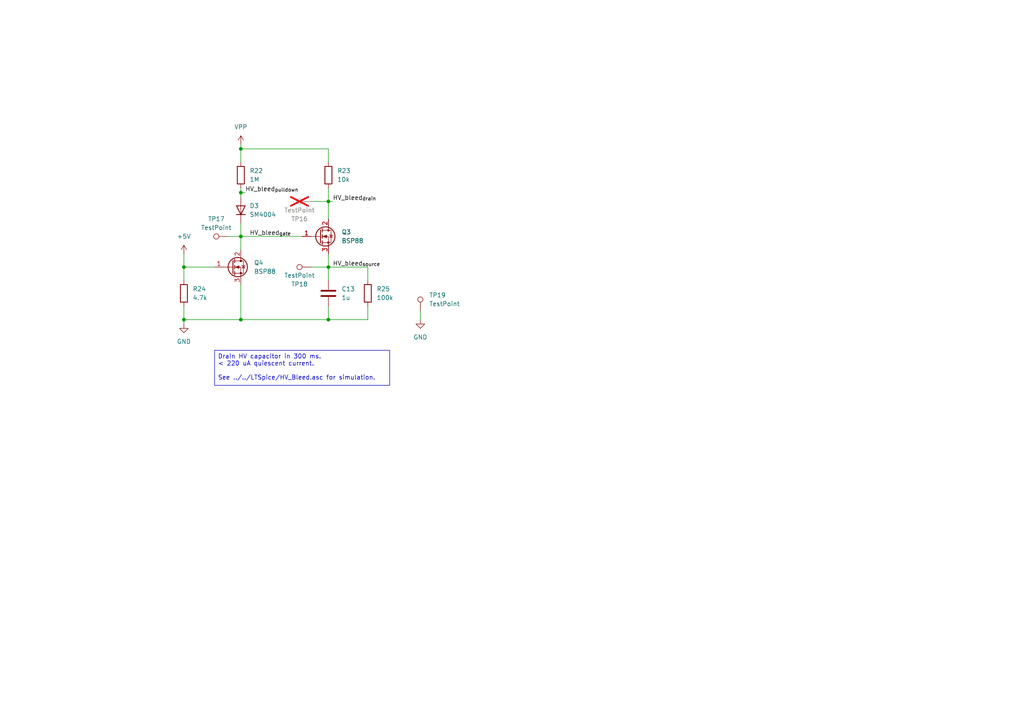
<source format=kicad_sch>
(kicad_sch (version 20230121) (generator eeschema)
  (paper "A4")
  (title_block (title "Nixie Accurate Clock") (rev "A") (company "Paul Willis"))
  (lib_symbols
    (symbol "00_lib:BSP88" (pin_names hide)
      (property "Reference" "Q" (at 5.08 1.905 0))
      (property "Value" "BSP88" (at 5.08 0 0))
      (symbol "BSP88_0_1"
        (polyline (pts (xy 0.254 0) (xy -2.54 0)))
        (polyline (pts (xy 0.254 1.905) (xy 0.254 -1.905)) (stroke (width 0.254)))
        (polyline (pts (xy 0.762 -1.27) (xy 0.762 -2.286)) (stroke (width 0.254)))
        (polyline (pts (xy 0.762 0.508) (xy 0.762 -0.508)) (stroke (width 0.254)))
        (polyline (pts (xy 0.762 2.286) (xy 0.762 1.27)) (stroke (width 0.254)))
        (polyline (pts (xy 2.54 2.54) (xy 2.54 1.778)))
        (polyline (pts (xy 2.54 -2.54) (xy 2.54 0) (xy 0.762 0)))
        (polyline (pts (xy 0.762 -1.778) (xy 3.302 -1.778) (xy 3.302 1.778) (xy 0.762 1.778)))
        (polyline (pts (xy 1.016 0) (xy 2.032 0.381) (xy 2.032 -0.381) (xy 1.016 0)) (fill (type outline)))
        (polyline (pts (xy 2.794 0.508) (xy 2.921 0.381) (xy 3.683 0.381) (xy 3.81 0.254)))
        (polyline (pts (xy 3.302 0.381) (xy 2.921 -0.254) (xy 3.683 -0.254) (xy 3.302 0.381)))
        (circle (center 1.651 0) (radius 2.794) (stroke (width 0.254)))
        (circle (center 2.54 -1.778) (radius 0.254) (fill (type outline)))
        (circle (center 2.54 1.778) (radius 0.254) (fill (type outline)))
      )
      (symbol "BSP88_1_1"
        (pin input line (at -5.08 0 0) (length 2.54) (name "G") (number "1"))
        (pin passive line (at 2.54 5.08 270) (length 2.54) (name "D") (number "2"))
        (pin passive line (at 2.54 -5.08 90) (length 2.54) (name "S") (number "3"))
      )
    )
    (symbol "Connector:TestPoint" (pin_numbers hide) (pin_names (offset 0.762) hide)
      (property "Reference" "TP" (at 0 6.858 0))
      (property "Value" "TestPoint" (at 0 5.08 0))
      (symbol "TestPoint_0_1"
        (circle (center 0 3.302) (radius 0.762))
      )
      (symbol "TestPoint_1_1"
        (pin passive line (at 0 0 90) (length 2.54) (name "1") (number "1"))
      )
    )
    (symbol "Device:C" (pin_numbers hide) (pin_names (offset 0.254))
      (property "Reference" "C" (at 0.635 2.54 0))
      (property "Value" "C" (at 0.635 -2.54 0))
      (symbol "C_0_1"
        (polyline (pts (xy -2.032 -0.762) (xy 2.032 -0.762)) (stroke (width 0.508)))
        (polyline (pts (xy -2.032 0.762) (xy 2.032 0.762)) (stroke (width 0.508)))
      )
      (symbol "C_1_1"
        (pin passive line (at 0 3.81 270) (length 2.794) (name "~") (number "1"))
        (pin passive line (at 0 -3.81 90) (length 2.794) (name "~") (number "2"))
      )
    )
    (symbol "Device:R" (pin_numbers hide) (pin_names (offset 0))
      (property "Reference" "R" (at 2.032 0 90))
      (property "Value" "R" (at 0 0 90))
      (symbol "R_0_1"
        (rectangle (start -1.016 -2.54) (end 1.016 2.54) (stroke (width 0.254)))
      )
      (symbol "R_1_1"
        (pin passive line (at 0 3.81 270) (length 1.27) (name "~") (number "1"))
        (pin passive line (at 0 -3.81 90) (length 1.27) (name "~") (number "2"))
      )
    )
    (symbol "Diode:SM4004" (pin_numbers hide) (pin_names hide)
      (property "Reference" "D" (at 0 2.54 0))
      (property "Value" "SM4004" (at 0 -2.54 0))
      (symbol "SM4004_0_1"
        (polyline (pts (xy -1.27 1.27) (xy -1.27 -1.27)) (stroke (width 0.254)))
        (polyline (pts (xy 1.27 0) (xy -1.27 0)))
        (polyline (pts (xy 1.27 1.27) (xy 1.27 -1.27) (xy -1.27 0) (xy 1.27 1.27)) (stroke (width 0.254)))
      )
      (symbol "SM4004_1_1"
        (pin passive line (at -3.81 0 0) (length 2.54) (name "K") (number "1"))
        (pin passive line (at 3.81 0 180) (length 2.54) (name "A") (number "2"))
      )
    )
    (symbol "power:+5V" (power) (pin_names (offset 0))
      (property "Value" "+5V" (at 0 3.556 0))
      (symbol "+5V_0_1"
        (polyline (pts (xy -0.762 1.27) (xy 0 2.54)))
        (polyline (pts (xy 0 0) (xy 0 2.54)))
        (polyline (pts (xy 0 2.54) (xy 0.762 1.27)))
      )
      (symbol "+5V_1_1"
        (pin power_in line (at 0 0 90) (length 0) hide (name "+5V") (number "1"))
      )
    )
    (symbol "power:GND" (power) (pin_names (offset 0))
      (property "Value" "GND" (at 0 -3.81 0))
      (symbol "GND_0_1"
        (polyline (pts (xy 0 0) (xy 0 -1.27) (xy 1.27 -1.27) (xy 0 -2.54) (xy -1.27 -1.27) (xy 0 -1.27)))
      )
      (symbol "GND_1_1"
        (pin power_in line (at 0 0 270) (length 0) hide (name "GND") (number "1"))
      )
    )
    (symbol "power:VPP" (power) (pin_names (offset 0))
      (property "Value" "VPP" (at 0 3.81 0))
      (symbol "VPP_0_1"
        (polyline (pts (xy -0.762 1.27) (xy 0 2.54)))
        (polyline (pts (xy 0 0) (xy 0 2.54)))
        (polyline (pts (xy 0 2.54) (xy 0.762 1.27)))
      )
      (symbol "VPP_1_1"
        (pin power_in line (at 0 0 90) (length 0) hide (name "VPP") (number "1"))
      )
    )
  )
  (junction (at 69.85 43.18))
  (junction (at 53.34 92.71))
  (junction (at 95.25 58.42))
  (junction (at 95.25 77.47))
  (junction (at 95.25 92.71))
  (junction (at 69.85 55.88))
  (junction (at 53.34 77.47))
  (junction (at 69.85 68.58))
  (junction (at 69.85 92.71))
  (wire (pts (xy 69.85 55.88) (xy 71.12 55.88)))
  (wire (pts (xy 95.25 58.42) (xy 96.52 58.42)))
  (wire (pts (xy 106.68 92.71) (xy 95.25 92.71)))
  (wire (pts (xy 106.68 77.47) (xy 95.25 77.47)))
  (wire (pts (xy 95.25 73.66) (xy 95.25 77.47)))
  (wire (pts (xy 69.85 55.88) (xy 69.85 57.15)))
  (wire (pts (xy 69.85 43.18) (xy 95.25 43.18)))
  (wire (pts (xy 69.85 54.61) (xy 69.85 55.88)))
  (wire (pts (xy 90.17 77.47) (xy 95.25 77.47)))
  (wire (pts (xy 106.68 88.9) (xy 106.68 92.71)))
  (wire (pts (xy 53.34 92.71) (xy 53.34 93.98)))
  (wire (pts (xy 53.34 77.47) (xy 62.23 77.47)))
  (wire (pts (xy 53.34 77.47) (xy 53.34 81.28)))
  (wire (pts (xy 69.85 41.91) (xy 69.85 43.18)))
  (wire (pts (xy 95.25 92.71) (xy 69.85 92.71)))
  (wire (pts (xy 69.85 92.71) (xy 53.34 92.71)))
  (wire (pts (xy 95.25 58.42) (xy 95.25 63.5)))
  (wire (pts (xy 69.85 68.58) (xy 87.63 68.58)))
  (wire (pts (xy 69.85 64.77) (xy 69.85 68.58)))
  (wire (pts (xy 69.85 82.55) (xy 69.85 92.71)))
  (wire (pts (xy 69.85 43.18) (xy 69.85 46.99)))
  (wire (pts (xy 95.25 54.61) (xy 95.25 58.42)))
  (wire (pts (xy 69.85 68.58) (xy 69.85 72.39)))
  (wire (pts (xy 95.25 88.9) (xy 95.25 92.71)))
  (wire (pts (xy 66.04 68.58) (xy 69.85 68.58)))
  (wire (pts (xy 90.17 58.42) (xy 95.25 58.42)))
  (wire (pts (xy 121.92 92.71) (xy 121.92 90.17)))
  (wire (pts (xy 95.25 77.47) (xy 95.25 81.28)))
  (wire (pts (xy 53.34 73.66) (xy 53.34 77.47)))
  (wire (pts (xy 95.25 43.18) (xy 95.25 46.99)))
  (wire (pts (xy 106.68 81.28) (xy 106.68 77.47)))
  (wire (pts (xy 53.34 88.9) (xy 53.34 92.71)))
  (text_box "Drain HV capacitor in 300 ms.\n< 220 uA quiescent current.\n\nSee ../../LTSpice/HV_Bleed.asc for simulation." (at 62.23 101.6 0) (size 50.8 10.16) (effects (font (size 1.27 1.27)) (justify left top)))
  (label "HV_bleed_{drain}" (at 96.52 58.42 0))
  (label "HV_bleed_{source}" (at 96.52 77.47 0))
  (label "HV_bleed_{pulldown}" (at 71.12 55.88 0))
  (label "HV_bleed_{gate}" (at 72.39 68.58 0))
  (symbol (lib_id "00_lib:BSP88") (at 92.71 68.58 0) (unit 1)
    (property "Reference" "Q3" (at 99.06 67.31 0) (effects (justify left)))
    (property "Value" "BSP88" (at 99.06 69.85 0) (effects (justify left)))
    (property "Footprint" "Package_TO_SOT_SMD:SOT-223-3_TabPin2" (effects hide))
    (property "Datasheet" "https://www.infineon.com/dgdl/Infineon-BSP88-DS-v02_02-en.pdf?fileId=db3a30433b47825b013b4b657acf0ca8" (effects hide))
  )
  (symbol (lib_id "Connector:TestPoint") (at 121.92 90.17 0) (unit 1)
    (property "Reference" "TP19" (at 124.46 85.598 0) (effects (justify left)))
    (property "Value" "TestPoint" (at 124.46 88.138 0) (effects (justify left)))
    (property "Footprint" "TestPoint:TestPoint_Loop_D2.54mm_Drill1.5mm_Beaded" (effects hide))
    (property "Datasheet" "https://www.keyelco.com/userAssets/file/M65p56.pdf" (effects hide))
    (property "Model" "5001" (effects hide))
    (property "Sim.Enable" "0" (effects hide))
  )
  (symbol (lib_id "Device:R") (at 106.68 85.09 0) (unit 1)
    (property "Reference" "R25" (at 109.22 83.82 0) (effects (justify left)))
    (property "Value" "100k" (at 109.22 86.36 0) (effects (justify left)))
    (property "Footprint" "Resistor_SMD:R_0603_1608Metric" (effects hide))
    (property "Sim.Enable" "0" (effects hide))
  )
  (symbol (lib_id "Connector:TestPoint") (at 66.04 68.58 90) (unit 1)
    (property "Reference" "TP17" (at 62.738 63.5 90))
    (property "Value" "TestPoint" (at 62.738 66.04 90))
    (property "Footprint" "TestPoint:TestPoint_Loop_D2.54mm_Drill1.5mm_Beaded" (effects hide))
    (property "Datasheet" "https://www.keyelco.com/userAssets/file/M65p56.pdf" (effects hide))
    (property "Model" "5001" (effects hide))
    (property "Sim.Enable" "0" (effects hide))
  )
  (symbol (lib_id "Device:R") (at 95.25 50.8 0) (unit 1)
    (property "Reference" "R23" (at 97.79 49.53 0) (effects (justify left)))
    (property "Value" "10k" (at 97.79 52.07 0) (effects (justify left)))
    (property "Footprint" "Resistor_THT:R_Axial_DIN0617_L17.0mm_D6.0mm_P20.32mm_Horizontal" (effects hide))
    (property "Datasheet" "https://www.te.com/usa-en/product-8-2176412-0.datasheet.pdf" (effects hide))
    (property "Sim.Enable" "0" (effects hide))
    (property "Model" "ROX5SSJ10K" (effects hide))
  )
  (symbol (lib_id "power:GND") (at 121.92 92.71 0) (unit 1)
    (property "Reference" "#PWR049" (effects hide))
    (property "Value" "GND" (at 121.92 97.79 0))
  )
  (symbol (lib_id "00_lib:BSP88") (at 67.31 77.47 0) (unit 1)
    (property "Reference" "Q4" (at 73.66 76.2 0) (effects (justify left)))
    (property "Value" "BSP88" (at 73.66 78.74 0) (effects (justify left)))
    (property "Footprint" "Package_TO_SOT_SMD:SOT-223-3_TabPin2" (effects hide))
    (property "Datasheet" "https://www.infineon.com/dgdl/Infineon-BSP88-DS-v02_02-en.pdf?fileId=db3a30433b47825b013b4b657acf0ca8" (effects hide))
  )
  (symbol (lib_id "Device:R") (at 53.34 85.09 180) (unit 1)
    (property "Reference" "R24" (at 55.88 83.82 0) (effects (justify right)))
    (property "Value" "4.7k" (at 55.88 86.36 0) (effects (justify right)))
    (property "Footprint" "Resistor_SMD:R_0603_1608Metric" (effects hide))
  )
  (symbol (lib_id "Device:C") (at 95.25 85.09 0) (unit 1)
    (property "Reference" "C13" (at 99.06 83.82 0) (effects (justify left)))
    (property "Value" "1u" (at 99.06 86.36 0) (effects (justify left)))
    (property "Footprint" "Capacitor_SMD:C_0603_1608Metric" (effects hide))
    (property "Datasheet" "https://mm.digikey.com/Volume0/opasdata/d220001/medias/docus/609/CL10A105KA8NNNC_Spec.pdf" (effects hide))
    (property "Model" "CL10A105KA8NNNC" (effects hide))
    (property "Sim.Device" "C" (effects hide))
    (property "Sim.Pins" "1=+ 2=-" (effects hide))
  )
  (symbol (lib_id "power:GND") (at 53.34 93.98 0) (unit 1)
    (property "Reference" "#PWR050" (effects hide))
    (property "Value" "GND" (at 53.34 99.06 0))
  )
  (symbol (lib_id "Connector:TestPoint") (at 90.17 77.47 90) (mirror x) (unit 1)
    (property "Reference" "TP18" (at 86.868 82.4284 90))
    (property "Value" "TestPoint" (at 86.868 79.8884 90))
    (property "Footprint" "TestPoint:TestPoint_Loop_D2.54mm_Drill1.5mm_Beaded" (effects hide))
    (property "Datasheet" "https://www.keyelco.com/userAssets/file/M65p56.pdf" (effects hide))
    (property "Model" "5001" (effects hide))
    (property "Sim.Enable" "0" (effects hide))
  )
  (symbol (lib_id "Device:R") (at 69.85 50.8 180) (unit 1)
    (property "Reference" "R22" (at 72.39 49.53 0) (effects (justify right)))
    (property "Value" "1M" (at 72.39 52.07 0) (effects (justify right)))
    (property "Footprint" "Resistor_SMD:R_0603_1608Metric" (effects hide))
  )
  (symbol (lib_id "Diode:SM4004") (at 69.85 60.96 90) (unit 1)
    (property "Reference" "D3" (at 72.39 59.69 90) (effects (justify right)))
    (property "Value" "SM4004" (at 72.39 62.23 90) (effects (justify right)))
    (property "Footprint" "Diode_SMD:D_MELF" (effects hide))
    (property "Datasheet" "http://cdn-reichelt.de/documents/datenblatt/A400/SMD1N400%23DIO.pdf" (effects hide))
    (property "Sim.Device" "D" (effects hide))
    (property "Sim.Pins" "1=K 2=A" (effects hide))
  )
  (symbol (lib_id "power:VPP") (at 69.85 41.91 0) (unit 1)
    (property "Reference" "#PWR047" (effects hide))
    (property "Value" "VPP" (at 69.85 36.83 0))
    (property "Sim.Enable" "0" (effects hide))
  )
  (symbol (lib_id "Connector:TestPoint") (at 90.17 58.42 90) (mirror x) (unit 1) (dnp yes)
    (property "Reference" "TP16" (at 86.868 63.5 90))
    (property "Value" "TestPoint" (at 86.868 60.96 90))
    (property "Footprint" "TestPoint:TestPoint_Loop_D2.54mm_Drill1.5mm_Beaded" (effects hide))
    (property "Datasheet" "https://www.keyelco.com/userAssets/file/M65p56.pdf" (effects hide))
    (property "Model" "5001" (effects hide))
    (property "Sim.Enable" "0" (effects hide))
  )
  (symbol (lib_id "power:+5V") (at 53.34 73.66 0) (unit 1)
    (property "Reference" "#PWR048" (effects hide))
    (property "Value" "+5V" (at 53.34 68.58 0))
    (property "Sim.Enable" "0" (effects hide))
  )
)
</source>
